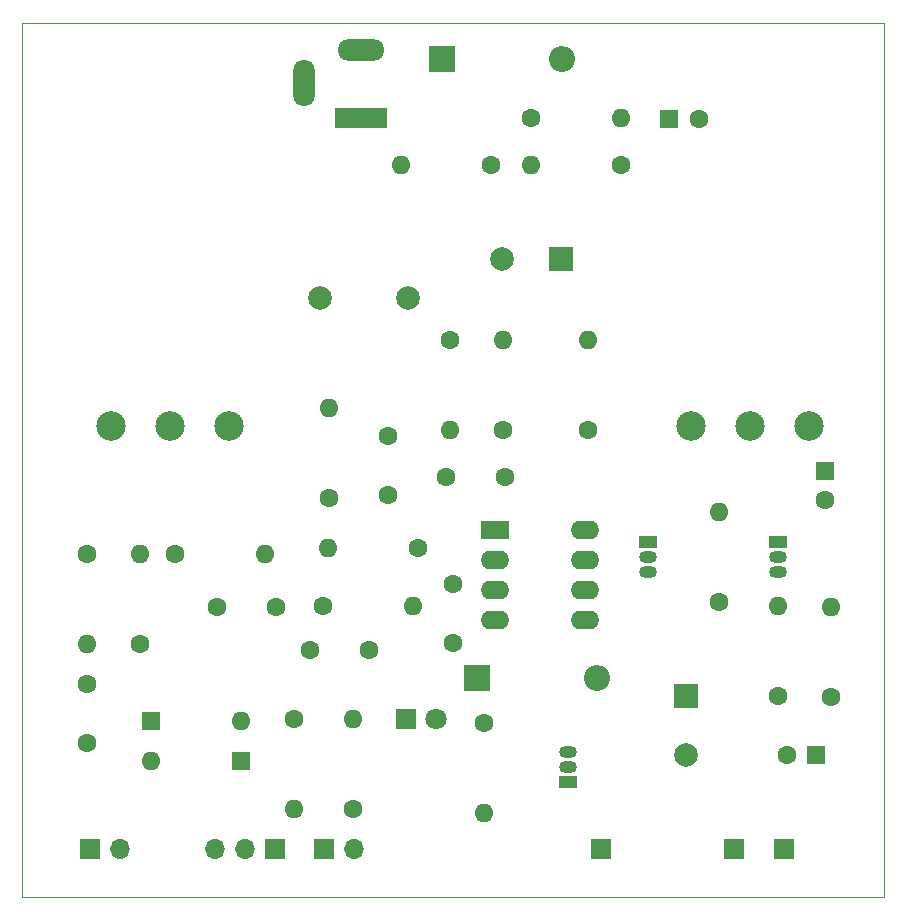
<source format=gbr>
%TF.GenerationSoftware,KiCad,Pcbnew,(5.1.10-1-10_14)*%
%TF.CreationDate,2021-12-12T22:41:03-05:00*%
%TF.ProjectId,Valve Wizard Cab Sim,56616c76-6520-4576-997a-617264204361,rev?*%
%TF.SameCoordinates,Original*%
%TF.FileFunction,Soldermask,Top*%
%TF.FilePolarity,Negative*%
%FSLAX46Y46*%
G04 Gerber Fmt 4.6, Leading zero omitted, Abs format (unit mm)*
G04 Created by KiCad (PCBNEW (5.1.10-1-10_14)) date 2021-12-12 22:41:03*
%MOMM*%
%LPD*%
G01*
G04 APERTURE LIST*
%TA.AperFunction,Profile*%
%ADD10C,0.100000*%
%TD*%
%ADD11O,2.400000X1.600000*%
%ADD12R,2.400000X1.600000*%
%ADD13O,1.700000X1.700000*%
%ADD14R,1.700000X1.700000*%
%ADD15C,2.500000*%
%ADD16C,1.600000*%
%ADD17R,1.600000X1.600000*%
%ADD18O,1.600000X1.600000*%
%ADD19R,1.500000X1.050000*%
%ADD20O,1.500000X1.050000*%
%ADD21C,1.800000*%
%ADD22R,1.800000X1.800000*%
%ADD23C,2.000000*%
%ADD24R,4.400000X1.800000*%
%ADD25O,4.000000X1.800000*%
%ADD26O,1.800000X4.000000*%
%ADD27O,2.200000X2.200000*%
%ADD28R,2.200000X2.200000*%
%ADD29R,2.000000X2.000000*%
G04 APERTURE END LIST*
D10*
X112000000Y-57000000D02*
X112000000Y-131000000D01*
X39000000Y-57000000D02*
X112000000Y-57000000D01*
X39000000Y-131000000D02*
X39000000Y-57000000D01*
X112000000Y-131000000D02*
X39000000Y-131000000D01*
D11*
%TO.C,U1*%
X86620000Y-100000000D03*
X79000000Y-107620000D03*
X86620000Y-102540000D03*
X79000000Y-105080000D03*
X86620000Y-105080000D03*
X79000000Y-102540000D03*
X86620000Y-107620000D03*
D12*
X79000000Y-100000000D03*
%TD*%
D13*
%TO.C,J4*%
X47270000Y-126940000D03*
D14*
X44730000Y-126940000D03*
%TD*%
%TO.C,J7*%
X103500000Y-127000000D03*
%TD*%
D15*
%TO.C,RV2*%
X105610000Y-91200000D03*
X100610000Y-91200000D03*
X95610000Y-91200000D03*
%TD*%
%TO.C,RV1*%
X56550000Y-91200000D03*
X51550000Y-91200000D03*
X46550000Y-91200000D03*
%TD*%
D13*
%TO.C,J6*%
X67070000Y-126970000D03*
D14*
X64530000Y-126970000D03*
%TD*%
%TO.C,J5*%
X88000000Y-127000000D03*
%TD*%
%TO.C,J2*%
X99250000Y-127000000D03*
%TD*%
D13*
%TO.C,J1*%
X55350000Y-126970000D03*
X57890000Y-126970000D03*
D14*
X60430000Y-126970000D03*
%TD*%
D16*
%TO.C,C12*%
X103740000Y-118980000D03*
D17*
X106240000Y-118980000D03*
%TD*%
D16*
%TO.C,C7*%
X70000000Y-92000000D03*
X70000000Y-97000000D03*
%TD*%
%TO.C,C8*%
X79900000Y-95500000D03*
X74900000Y-95500000D03*
%TD*%
%TO.C,C5*%
X44500000Y-118000000D03*
X44500000Y-113000000D03*
%TD*%
D18*
%TO.C,R18*%
X78100000Y-123920000D03*
D16*
X78100000Y-116300000D03*
%TD*%
D18*
%TO.C,R17*%
X107500000Y-106500000D03*
D16*
X107500000Y-114120000D03*
%TD*%
D18*
%TO.C,R16*%
X103000000Y-106380000D03*
D16*
X103000000Y-114000000D03*
%TD*%
D18*
%TO.C,R15*%
X98000000Y-98480000D03*
D16*
X98000000Y-106100000D03*
%TD*%
D18*
%TO.C,R14*%
X79700000Y-83900000D03*
D16*
X79700000Y-91520000D03*
%TD*%
D18*
%TO.C,R13*%
X75200000Y-91500000D03*
D16*
X75200000Y-83880000D03*
%TD*%
D18*
%TO.C,R12*%
X65000000Y-89600000D03*
D16*
X65000000Y-97220000D03*
%TD*%
D18*
%TO.C,R11*%
X44500000Y-109620000D03*
D16*
X44500000Y-102000000D03*
%TD*%
D18*
%TO.C,R10*%
X64880000Y-101500000D03*
D16*
X72500000Y-101500000D03*
%TD*%
D18*
%TO.C,R9*%
X72120000Y-106400000D03*
D16*
X64500000Y-106400000D03*
%TD*%
D18*
%TO.C,R8*%
X49000000Y-102000000D03*
D16*
X49000000Y-109620000D03*
%TD*%
D18*
%TO.C,R7*%
X59600000Y-102000000D03*
D16*
X51980000Y-102000000D03*
%TD*%
D18*
%TO.C,R6*%
X86900000Y-83900000D03*
D16*
X86900000Y-91520000D03*
%TD*%
D18*
%TO.C,R5*%
X62000000Y-123620000D03*
D16*
X62000000Y-116000000D03*
%TD*%
D18*
%TO.C,R4*%
X67000000Y-116000000D03*
D16*
X67000000Y-123620000D03*
%TD*%
D18*
%TO.C,R3*%
X82080000Y-69100000D03*
D16*
X89700000Y-69100000D03*
%TD*%
D18*
%TO.C,R2*%
X89700000Y-65100000D03*
D16*
X82080000Y-65100000D03*
%TD*%
D18*
%TO.C,R1*%
X71080000Y-69100000D03*
D16*
X78700000Y-69100000D03*
%TD*%
D19*
%TO.C,Q3*%
X85200000Y-121300000D03*
D20*
X85200000Y-118760000D03*
X85200000Y-120030000D03*
%TD*%
D19*
%TO.C,Q2*%
X103000000Y-101000000D03*
D20*
X103000000Y-103540000D03*
X103000000Y-102270000D03*
%TD*%
D19*
%TO.C,Q1*%
X92000000Y-101000000D03*
D20*
X92000000Y-103540000D03*
X92000000Y-102270000D03*
%TD*%
D21*
%TO.C,D3*%
X74000000Y-116000000D03*
D22*
X71460000Y-116000000D03*
%TD*%
D23*
%TO.C,C9*%
X64200000Y-80300000D03*
X71700000Y-80300000D03*
%TD*%
D16*
%TO.C,C6*%
X68400000Y-110100000D03*
X63400000Y-110100000D03*
%TD*%
%TO.C,C4*%
X55500000Y-106500000D03*
X60500000Y-106500000D03*
%TD*%
D24*
%TO.C,J3*%
X67700000Y-65100000D03*
D25*
X67700000Y-59300000D03*
D26*
X62900000Y-62100000D03*
%TD*%
D18*
%TO.C,D5*%
X57500000Y-116100000D03*
D17*
X49880000Y-116100000D03*
%TD*%
D18*
%TO.C,D4*%
X49880000Y-119500000D03*
D17*
X57500000Y-119500000D03*
%TD*%
D27*
%TO.C,D2*%
X87660000Y-112500000D03*
D28*
X77500000Y-112500000D03*
%TD*%
D27*
%TO.C,D1*%
X84700000Y-60100000D03*
D28*
X74540000Y-60100000D03*
%TD*%
D23*
%TO.C,C11*%
X95200000Y-119000000D03*
D29*
X95200000Y-114000000D03*
%TD*%
D16*
%TO.C,C10*%
X107000000Y-97470000D03*
D17*
X107000000Y-94970000D03*
%TD*%
D16*
%TO.C,C3*%
X75500000Y-104500000D03*
X75500000Y-109500000D03*
%TD*%
%TO.C,C2*%
X96300000Y-65200000D03*
D17*
X93800000Y-65200000D03*
%TD*%
D23*
%TO.C,C1*%
X79600000Y-77000000D03*
D29*
X84600000Y-77000000D03*
%TD*%
M02*

</source>
